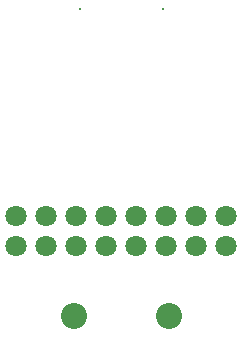
<source format=gbs>
G04*
G04 #@! TF.GenerationSoftware,Altium Limited,Altium Designer,18.0.12 (696)*
G04*
G04 Layer_Color=0*
%FSLAX44Y44*%
%MOMM*%
G71*
G01*
G75*
%ADD22C,1.8032*%
%ADD23C,2.2032*%
%ADD24C,0.2032*%
D22*
X562300Y524900D02*
D03*
Y499500D02*
D03*
X587700Y524900D02*
D03*
Y499500D02*
D03*
X613100Y524900D02*
D03*
Y499500D02*
D03*
X638500D02*
D03*
Y524900D02*
D03*
X663900Y499500D02*
D03*
Y524900D02*
D03*
X486100D02*
D03*
Y499500D02*
D03*
X511500D02*
D03*
Y524900D02*
D03*
X536900Y499500D02*
D03*
Y524900D02*
D03*
D23*
X615000Y440000D02*
D03*
X535000D02*
D03*
D24*
X610000Y700000D02*
D03*
X540000D02*
D03*
M02*

</source>
